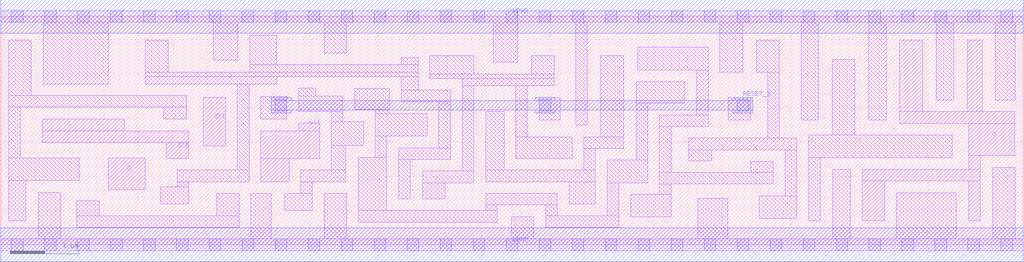
<source format=lef>
# Copyright 2020 The SkyWater PDK Authors
#
# Licensed under the Apache License, Version 2.0 (the "License");
# you may not use this file except in compliance with the License.
# You may obtain a copy of the License at
#
#     https://www.apache.org/licenses/LICENSE-2.0
#
# Unless required by applicable law or agreed to in writing, software
# distributed under the License is distributed on an "AS IS" BASIS,
# WITHOUT WARRANTIES OR CONDITIONS OF ANY KIND, either express or implied.
# See the License for the specific language governing permissions and
# limitations under the License.
#
# SPDX-License-Identifier: Apache-2.0

VERSION 5.7 ;
  NAMESCASESENSITIVE ON ;
  NOWIREEXTENSIONATPIN ON ;
  DIVIDERCHAR "/" ;
  BUSBITCHARS "[]" ;
UNITS
  DATABASE MICRONS 200 ;
END UNITS
MACRO sky130_fd_sc_ms__sdfrtp_4
  CLASS CORE ;
  FOREIGN sky130_fd_sc_ms__sdfrtp_4 ;
  ORIGIN  0.000000  0.000000 ;
  SIZE  14.88000 BY  3.330000 ;
  SYMMETRY X Y R90 ;
  SITE unit ;
  PIN D
    ANTENNAGATEAREA  0.178200 ;
    DIRECTION INPUT ;
    USE SIGNAL ;
    PORT
      LAYER li1 ;
        RECT 1.565000 0.810000 2.100000 1.265000 ;
    END
  END D
  PIN Q
    ANTENNADIFFAREA  1.019200 ;
    DIRECTION OUTPUT ;
    USE SIGNAL ;
    PORT
      LAYER li1 ;
        RECT 12.535000 0.350000 12.865000 0.930000 ;
        RECT 12.535000 0.930000 14.255000 1.100000 ;
        RECT 13.085000 1.770000 14.755000 1.940000 ;
        RECT 13.085000 1.940000 13.415000 2.980000 ;
        RECT 14.065000 1.940000 14.280000 2.980000 ;
        RECT 14.085000 0.350000 14.255000 0.930000 ;
        RECT 14.085000 1.100000 14.255000 1.300000 ;
        RECT 14.085000 1.300000 14.755000 1.770000 ;
    END
  END Q
  PIN RESET_B
    ANTENNAGATEAREA  0.455400 ;
    DIRECTION INPUT ;
    USE SIGNAL ;
    PORT
      LAYER met1 ;
        RECT  3.935000 1.920000  4.225000 1.965000 ;
        RECT  3.935000 1.965000 10.945000 2.105000 ;
        RECT  3.935000 2.105000  4.225000 2.150000 ;
        RECT  7.775000 1.920000  8.065000 1.965000 ;
        RECT  7.775000 2.105000  8.065000 2.150000 ;
        RECT 10.655000 1.920000 10.945000 1.965000 ;
        RECT 10.655000 2.105000 10.945000 2.150000 ;
    END
  END RESET_B
  PIN SCD
    ANTENNAGATEAREA  0.178200 ;
    DIRECTION INPUT ;
    USE SIGNAL ;
    PORT
      LAYER li1 ;
        RECT 2.945000 1.440000 3.275000 2.150000 ;
    END
  END SCD
  PIN SCE
    ANTENNAGATEAREA  0.356400 ;
    DIRECTION INPUT ;
    USE SIGNAL ;
    PORT
      LAYER li1 ;
        RECT 0.605000 1.490000 2.735000 1.660000 ;
        RECT 0.605000 1.660000 1.795000 1.835000 ;
        RECT 2.405000 1.260000 2.735000 1.490000 ;
    END
  END SCE
  PIN CLK
    ANTENNAGATEAREA  0.312600 ;
    DIRECTION INPUT ;
    USE CLOCK ;
    PORT
      LAYER li1 ;
        RECT 3.785000 0.920000 4.195000 1.260000 ;
        RECT 3.785000 1.260000 4.640000 1.660000 ;
        RECT 4.335000 1.660000 4.640000 1.775000 ;
    END
  END CLK
  PIN VGND
    DIRECTION INOUT ;
    USE GROUND ;
    PORT
      LAYER met1 ;
        RECT 0.000000 -0.245000 14.880000 0.245000 ;
    END
  END VGND
  PIN VPWR
    DIRECTION INOUT ;
    USE POWER ;
    PORT
      LAYER met1 ;
        RECT 0.000000 3.085000 14.880000 3.575000 ;
    END
  END VPWR
  OBS
    LAYER li1 ;
      RECT  0.000000 -0.085000 14.880000 0.085000 ;
      RECT  0.000000  3.245000 14.880000 3.415000 ;
      RECT  0.115000  0.350000  0.365000 0.935000 ;
      RECT  0.115000  0.935000  1.140000 1.265000 ;
      RECT  0.115000  1.265000  0.285000 2.005000 ;
      RECT  0.115000  2.005000  2.705000 2.175000 ;
      RECT  0.115000  2.175000  0.445000 2.980000 ;
      RECT  0.545000  0.085000  0.875000 0.765000 ;
      RECT  0.615000  2.345000  1.565000 3.245000 ;
      RECT  1.105000  0.255000  3.470000 0.425000 ;
      RECT  1.105000  0.425000  1.435000 0.640000 ;
      RECT  2.105000  2.345000  4.020000 2.455000 ;
      RECT  2.105000  2.455000  6.075000 2.515000 ;
      RECT  2.105000  2.515000  2.435000 2.980000 ;
      RECT  2.320000  0.595000  2.735000 0.845000 ;
      RECT  2.375000  1.830000  2.705000 2.005000 ;
      RECT  2.565000  0.845000  2.735000 0.920000 ;
      RECT  2.565000  0.920000  3.615000 1.090000 ;
      RECT  3.095000  2.690000  3.450000 3.245000 ;
      RECT  3.140000  0.425000  3.470000 0.750000 ;
      RECT  3.445000  1.090000  3.615000 2.345000 ;
      RECT  3.620000  2.515000  6.075000 2.625000 ;
      RECT  3.620000  2.625000  4.020000 3.055000 ;
      RECT  3.640000  0.085000  3.940000 0.750000 ;
      RECT  3.785000  1.830000  4.165000 2.160000 ;
      RECT  4.135000  0.500000  4.535000 0.750000 ;
      RECT  4.335000  1.945000  4.980000 2.170000 ;
      RECT  4.335000  2.170000  4.585000 2.285000 ;
      RECT  4.365000  0.750000  4.535000 0.920000 ;
      RECT  4.365000  0.920000  5.020000 1.090000 ;
      RECT  4.705000  0.085000  5.035000 0.750000 ;
      RECT  4.705000  2.795000  5.035000 3.245000 ;
      RECT  4.810000  1.090000  5.020000 1.445000 ;
      RECT  4.810000  1.445000  5.280000 1.800000 ;
      RECT  4.810000  1.800000  4.980000 1.945000 ;
      RECT  5.155000  1.970000  5.655000 2.275000 ;
      RECT  5.205000  0.330000  7.225000 0.500000 ;
      RECT  5.205000  0.500000  5.620000 1.275000 ;
      RECT  5.450000  1.275000  5.620000 1.585000 ;
      RECT  5.450000  1.585000  6.205000 1.915000 ;
      RECT  5.450000  1.915000  5.655000 1.970000 ;
      RECT  5.790000  0.670000  5.960000 1.245000 ;
      RECT  5.790000  1.245000  6.545000 1.415000 ;
      RECT  5.825000  2.085000  6.545000 2.255000 ;
      RECT  5.825000  2.255000  6.075000 2.455000 ;
      RECT  5.825000  2.625000  6.075000 2.725000 ;
      RECT  6.140000  0.670000  6.470000 0.905000 ;
      RECT  6.140000  0.905000  6.885000 1.075000 ;
      RECT  6.245000  2.425000  8.055000 2.490000 ;
      RECT  6.245000  2.490000  6.885000 2.755000 ;
      RECT  6.375000  1.415000  6.545000 2.085000 ;
      RECT  6.715000  1.075000  6.885000 2.320000 ;
      RECT  6.715000  2.320000  8.055000 2.425000 ;
      RECT  7.055000  0.500000  7.225000 0.580000 ;
      RECT  7.055000  0.580000  8.100000 0.750000 ;
      RECT  7.055000  0.920000  8.655000 1.090000 ;
      RECT  7.055000  1.090000  7.325000 1.945000 ;
      RECT  7.170000  2.660000  7.520000 3.245000 ;
      RECT  7.430000  0.085000  7.760000 0.410000 ;
      RECT  7.495000  1.260000  8.315000 1.575000 ;
      RECT  7.495000  1.575000  7.665000 2.320000 ;
      RECT  7.725000  2.490000  8.055000 2.755000 ;
      RECT  7.835000  1.820000  8.145000 2.150000 ;
      RECT  7.930000  0.255000  8.995000 0.425000 ;
      RECT  7.930000  0.425000  8.100000 0.580000 ;
      RECT  8.270000  0.595000  8.655000 0.920000 ;
      RECT  8.365000  1.745000  8.535000 3.245000 ;
      RECT  8.485000  1.090000  8.655000 1.405000 ;
      RECT  8.485000  1.405000  9.065000 1.575000 ;
      RECT  8.735000  1.575000  9.065000 2.755000 ;
      RECT  8.825000  0.425000  8.995000 0.905000 ;
      RECT  8.825000  0.905000  9.415000 1.235000 ;
      RECT  9.165000  0.405000  9.755000 0.735000 ;
      RECT  9.245000  1.235000  9.415000 2.065000 ;
      RECT  9.245000  2.065000  9.955000 2.380000 ;
      RECT  9.270000  2.550000 10.295000 2.880000 ;
      RECT  9.585000  0.735000  9.755000 0.885000 ;
      RECT  9.585000  0.885000 11.245000 1.055000 ;
      RECT  9.585000  1.055000  9.755000 1.725000 ;
      RECT  9.585000  1.725000 10.295000 1.895000 ;
      RECT 10.015000  1.225000 10.345000 1.385000 ;
      RECT 10.015000  1.385000 11.585000 1.555000 ;
      RECT 10.125000  1.895000 10.295000 2.550000 ;
      RECT 10.140000  0.085000 10.580000 0.680000 ;
      RECT 10.465000  2.520000 10.795000 3.245000 ;
      RECT 10.585000  1.820000 10.915000 2.150000 ;
      RECT 10.915000  1.055000 11.245000 1.215000 ;
      RECT 11.000000  2.520000 11.330000 2.980000 ;
      RECT 11.040000  0.385000 11.585000 0.715000 ;
      RECT 11.160000  1.555000 11.330000 2.520000 ;
      RECT 11.415000  0.715000 11.585000 1.385000 ;
      RECT 11.650000  1.820000 11.900000 3.245000 ;
      RECT 11.755000  0.350000 11.925000 1.270000 ;
      RECT 11.755000  1.270000 13.850000 1.600000 ;
      RECT 12.100000  1.600000 12.430000 2.700000 ;
      RECT 12.105000  0.085000 12.365000 1.100000 ;
      RECT 12.635000  1.820000 12.885000 3.245000 ;
      RECT 13.035000  0.085000 13.905000 0.760000 ;
      RECT 13.615000  2.110000 13.865000 3.245000 ;
      RECT 14.435000  0.085000 14.765000 1.130000 ;
      RECT 14.470000  2.110000 14.765000 3.245000 ;
    LAYER mcon ;
      RECT  0.155000 -0.085000  0.325000 0.085000 ;
      RECT  0.155000  3.245000  0.325000 3.415000 ;
      RECT  0.635000 -0.085000  0.805000 0.085000 ;
      RECT  0.635000  3.245000  0.805000 3.415000 ;
      RECT  1.115000 -0.085000  1.285000 0.085000 ;
      RECT  1.115000  3.245000  1.285000 3.415000 ;
      RECT  1.595000 -0.085000  1.765000 0.085000 ;
      RECT  1.595000  3.245000  1.765000 3.415000 ;
      RECT  2.075000 -0.085000  2.245000 0.085000 ;
      RECT  2.075000  3.245000  2.245000 3.415000 ;
      RECT  2.555000 -0.085000  2.725000 0.085000 ;
      RECT  2.555000  3.245000  2.725000 3.415000 ;
      RECT  3.035000 -0.085000  3.205000 0.085000 ;
      RECT  3.035000  3.245000  3.205000 3.415000 ;
      RECT  3.515000 -0.085000  3.685000 0.085000 ;
      RECT  3.515000  3.245000  3.685000 3.415000 ;
      RECT  3.995000 -0.085000  4.165000 0.085000 ;
      RECT  3.995000  1.950000  4.165000 2.120000 ;
      RECT  3.995000  3.245000  4.165000 3.415000 ;
      RECT  4.475000 -0.085000  4.645000 0.085000 ;
      RECT  4.475000  3.245000  4.645000 3.415000 ;
      RECT  4.955000 -0.085000  5.125000 0.085000 ;
      RECT  4.955000  3.245000  5.125000 3.415000 ;
      RECT  5.435000 -0.085000  5.605000 0.085000 ;
      RECT  5.435000  3.245000  5.605000 3.415000 ;
      RECT  5.915000 -0.085000  6.085000 0.085000 ;
      RECT  5.915000  3.245000  6.085000 3.415000 ;
      RECT  6.395000 -0.085000  6.565000 0.085000 ;
      RECT  6.395000  3.245000  6.565000 3.415000 ;
      RECT  6.875000 -0.085000  7.045000 0.085000 ;
      RECT  6.875000  3.245000  7.045000 3.415000 ;
      RECT  7.355000 -0.085000  7.525000 0.085000 ;
      RECT  7.355000  3.245000  7.525000 3.415000 ;
      RECT  7.835000 -0.085000  8.005000 0.085000 ;
      RECT  7.835000  1.950000  8.005000 2.120000 ;
      RECT  7.835000  3.245000  8.005000 3.415000 ;
      RECT  8.315000 -0.085000  8.485000 0.085000 ;
      RECT  8.315000  3.245000  8.485000 3.415000 ;
      RECT  8.795000 -0.085000  8.965000 0.085000 ;
      RECT  8.795000  3.245000  8.965000 3.415000 ;
      RECT  9.275000 -0.085000  9.445000 0.085000 ;
      RECT  9.275000  3.245000  9.445000 3.415000 ;
      RECT  9.755000 -0.085000  9.925000 0.085000 ;
      RECT  9.755000  3.245000  9.925000 3.415000 ;
      RECT 10.235000 -0.085000 10.405000 0.085000 ;
      RECT 10.235000  3.245000 10.405000 3.415000 ;
      RECT 10.715000 -0.085000 10.885000 0.085000 ;
      RECT 10.715000  1.950000 10.885000 2.120000 ;
      RECT 10.715000  3.245000 10.885000 3.415000 ;
      RECT 11.195000 -0.085000 11.365000 0.085000 ;
      RECT 11.195000  3.245000 11.365000 3.415000 ;
      RECT 11.675000 -0.085000 11.845000 0.085000 ;
      RECT 11.675000  3.245000 11.845000 3.415000 ;
      RECT 12.155000 -0.085000 12.325000 0.085000 ;
      RECT 12.155000  3.245000 12.325000 3.415000 ;
      RECT 12.635000 -0.085000 12.805000 0.085000 ;
      RECT 12.635000  3.245000 12.805000 3.415000 ;
      RECT 13.115000 -0.085000 13.285000 0.085000 ;
      RECT 13.115000  3.245000 13.285000 3.415000 ;
      RECT 13.595000 -0.085000 13.765000 0.085000 ;
      RECT 13.595000  3.245000 13.765000 3.415000 ;
      RECT 14.075000 -0.085000 14.245000 0.085000 ;
      RECT 14.075000  3.245000 14.245000 3.415000 ;
      RECT 14.555000 -0.085000 14.725000 0.085000 ;
      RECT 14.555000  3.245000 14.725000 3.415000 ;
  END
END sky130_fd_sc_ms__sdfrtp_4
END LIBRARY

</source>
